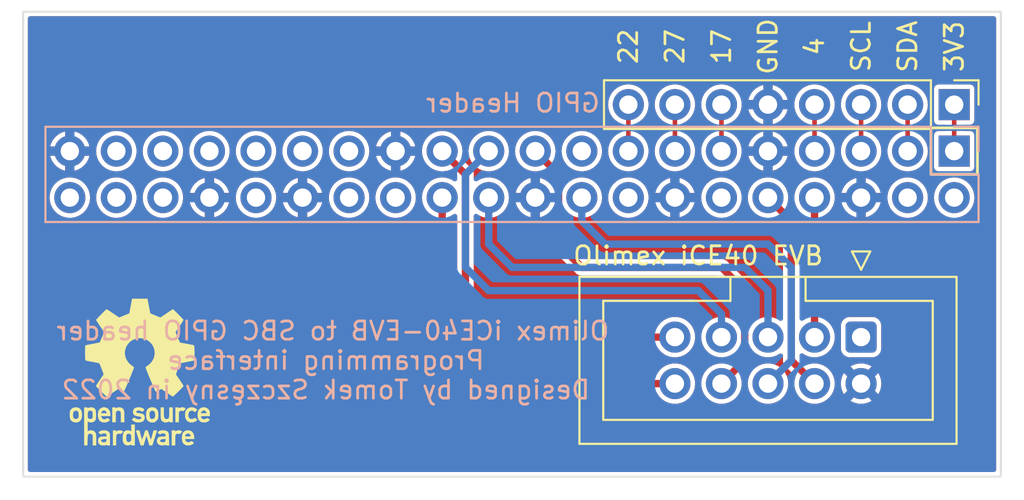
<source format=kicad_pcb>
(kicad_pcb (version 20211014) (generator pcbnew)
  (layers (0 "F.Cu" signal) (31 "B.Cu" signal) (34 "B.Paste" user) (35 "F.Paste" user) (36 "B.SilkS" user "B.Silkscreen") (37 "F.SilkS" user "F.Silkscreen") (38 "B.Mask" user) (39 "F.Mask" user) (44 "Edge.Cuts" user))
  (net 0 "")
  (net 2 "GND")
  (net 3 "/PIO2_40{slash}RxD")
  (net 4 "/PIO2_41{slash}TxD")
  (net 5 "/iCE40-CDONE")
  (net 6 "/iCE40-CRESET")
  (net 7 "/iCE40-SDI")
  (net 8 "/iCE40-SDO")
  (net 9 "/iCE40-SCK")
  (net 10 "/iCE40-SS_B")
  (net 11 "/3V3_SBC_1")
  (net 12 "/GPIO2(SDA1)")
  (net 13 "/GPIO3(SCL1)")
  (net 14 "/GPIO4(1Wire_Default)")
  (net 15 "/GPIO17(GEN0)")
  (net 16 "/GPIO18(GEN1)(PWM0)")
  (net 17 "/GPIO27(GEN2)")
  (net 18 "/GPIO22(GEN3)")
  (net 19 "/GPIO23(GEN4)")
  (net 20 "/3V3_SBC_2")
  (net 21 "/GPIO7(SPI0_CE1_N)")
  (net 22 "/ID_SD")
  (net 23 "/ID_SC")
  (net 24 "/GPIO5")
  (net 25 "/GPIO6")
  (net 26 "/GPIO12(PWM0)")
  (net 27 "/GPIO13(PWM1)")
  (net 28 "/GPIO19(SPI1_MISO)")
  (net 29 "/GPIO16")
  (net 30 "/GPIO26")
  (net 31 "/GPIO20(SPI1_MOSI)")
  (net 32 "/GPIO21(SPI1_SCK)")
  (net 33 "/5V_SBC_1")
  (net 34 "/5V_SBC_2")
  (footprint "Connector_IDC:IDC-Header_2x05_P2.54mm_Vertical" (layer "F.Cu") (at 127 66.04 -90)
    (fp_text reference "J1" hide)
    (fp_text value "Conn_02x05_Odd_Even" hide)
    (fp_line (start 4.52 -3.91) (end 4.52 14.07) (layer "F.SilkS") (width 0.12))
    (fp_line (start -1.98 14.07) (end -1.98 7.13) (layer "F.SilkS") (width 0.12))
    (fp_line (start -1.98 3.03) (end -1.98 -3.91) (layer "F.SilkS") (width 0.12))
    (fp_line (start -1.98 -3.91) (end 4.52 -3.91) (layer "F.SilkS") (width 0.12))
    (fp_line (start -4.68 -0.5) (end -4.68 0.5) (layer "F.SilkS") (width 0.12))
    (fp_line (start -1.98 7.13) (end -1.98 7.13) (layer "F.SilkS") (width 0.12))
    (fp_line (start 5.83 15.37) (end -3.29 15.37) (layer "F.SilkS") (width 0.12))
    (fp_line (start -3.68 0) (end -4.68 -0.5) (layer "F.SilkS") (width 0.12))
    (fp_line (start 5.83 -5.21) (end 5.83 15.37) (layer "F.SilkS") (width 0.12))
    (fp_line (start -3.29 15.37) (end -3.29 -5.21) (layer "F.SilkS") (width 0.12))
    (fp_line (start -3.29 3.03) (end -1.98 3.03) (layer "F.SilkS") (width 0.12))
    (fp_line (start -4.68 0.5) (end -3.68 0) (layer "F.SilkS") (width 0.12))
    (fp_line (start -1.98 7.13) (end -3.29 7.13) (layer "F.SilkS") (width 0.12))
    (fp_line (start 4.52 14.07) (end -1.98 14.07) (layer "F.SilkS") (width 0.12))
    (fp_line (start -3.29 -5.21) (end 5.83 -5.21) (layer "F.SilkS") (width 0.12))
    (pad "1" thru_hole roundrect (at 0 0 270) (size 1.7 1.7) (drill 1) (layers *.Cu *.Mask) (roundrect_rratio 0.1470588235))
    (pad "2" thru_hole circle (at 2.54 0 270) (size 1.7 1.7) (drill 1) (layers *.Cu *.Mask) (net 2 "GND"))
    (pad "3" thru_hole circle (at 0 2.54 270) (size 1.7 1.7) (drill 1) (layers *.Cu *.Mask) (net 3 "/PIO2_40{slash}RxD"))
    (pad "4" thru_hole circle (at 2.54 2.54 270) (size 1.7 1.7) (drill 1) (layers *.Cu *.Mask) (net 4 "/PIO2_41{slash}TxD"))
    (pad "5" thru_hole circle (at 0 5.08 270) (size 1.7 1.7) (drill 1) (layers *.Cu *.Mask) (net 5 "/iCE40-CDONE"))
    (pad "6" thru_hole circle (at 2.54 5.08 270) (size 1.7 1.7) (drill 1) (layers *.Cu *.Mask) (net 6 "/iCE40-CRESET"))
    (pad "7" thru_hole circle (at 0 7.62 270) (size 1.7 1.7) (drill 1) (layers *.Cu *.Mask) (net 7 "/iCE40-SDI"))
    (pad "8" thru_hole circle (at 2.54 7.62 270) (size 1.7 1.7) (drill 1) (layers *.Cu *.Mask) (net 8 "/iCE40-SDO"))
    (pad "9" thru_hole circle (at 0 10.16 270) (size 1.7 1.7) (drill 1) (layers *.Cu *.Mask) (net 9 "/iCE40-SCK"))
    (pad "10" thru_hole circle (at 2.54 10.16 270) (size 1.7 1.7) (drill 1) (layers *.Cu *.Mask) (net 10 "/iCE40-SS_B"))
  )
  (footprint "Connector_PinHeader_2.54mm:PinHeader_1x08_P2.54mm_Vertical" (layer "F.Cu") (at 132.08 53.34 -90)
    (fp_text reference "J2" hide)
    (fp_text value "Conn_01x08" hide)
    (fp_line (start -1.33 1.27) (end 1.33 1.27) (layer "F.SilkS") (width 0.12))
    (fp_line (start -1.33 -1.33) (end 0 -1.33) (layer "F.SilkS") (width 0.12))
    (fp_line (start -1.33 1.27) (end -1.33 19.11) (layer "F.SilkS") (width 0.12))
    (fp_line (start -1.33 19.11) (end 1.33 19.11) (layer "F.SilkS") (width 0.12))
    (fp_line (start -1.33 0) (end -1.33 -1.33) (layer "F.SilkS") (width 0.12))
    (fp_line (start 1.33 1.27) (end 1.33 19.11) (layer "F.SilkS") (width 0.12))
    (pad "1" thru_hole rect (at 0 0 270) (size 1.7 1.7) (drill 1) (layers *.Cu *.Mask) (net 11 "/3V3_SBC_1"))
    (pad "2" thru_hole oval (at 0 2.54 270) (size 1.7 1.7) (drill 1) (layers *.Cu *.Mask) (net 12 "/GPIO2(SDA1)"))
    (pad "3" thru_hole oval (at 0 5.08 270) (size 1.7 1.7) (drill 1) (layers *.Cu *.Mask) (net 13 "/GPIO3(SCL1)"))
    (pad "4" thru_hole oval (at 0 7.62 270) (size 1.7 1.7) (drill 1) (layers *.Cu *.Mask) (net 14 "/GPIO4(1Wire_Default)"))
    (pad "5" thru_hole oval (at 0 10.16 270) (size 1.7 1.7) (drill 1) (layers *.Cu *.Mask) (net 2 "GND"))
    (pad "6" thru_hole oval (at 0 12.7 270) (size 1.7 1.7) (drill 1) (layers *.Cu *.Mask) (net 15 "/GPIO17(GEN0)"))
    (pad "7" thru_hole oval (at 0 15.24 270) (size 1.7 1.7) (drill 1) (layers *.Cu *.Mask) (net 17 "/GPIO27(GEN2)"))
    (pad "8" thru_hole oval (at 0 17.78 270) (size 1.7 1.7) (drill 1) (layers *.Cu *.Mask) (net 18 "/GPIO22(GEN3)"))
  )
  (footprint "Symbol:OSHW-Logo_7.5x8mm_SilkScreen" (layer "F.Cu") (at 87.63 67.945)
    (fp_text reference "LOGO1" hide)
    (fp_text value "Logo_Open_Hardware_Small" hide)
    (fp_poly (pts (xy 0.811669 1.94831) (xy 0.896192 1.99434) (xy 0.962321 2.067006) (xy 0.993478 2.126106) (xy 1.006855 2.178305) (xy 1.015522 2.252719) (xy 1.019237 2.338442) (xy 1.017754 2.424569) (xy 1.010831 2.500193) (xy 1.002745 2.540584) (xy 0.975465 2.59584) (xy 0.92822 2.65453) (xy 0.871282 2.705852) (xy 0.814924 2.739005) (xy 0.81355 2.739531) (xy 0.743616 2.754018) (xy 0.660737 2.754377) (xy 0.581977 2.741188) (xy 0.551566 2.730617) (xy 0.473239 2.686201) (xy 0.417143 2.628007) (xy 0.380286 2.550965) (xy 0.35968 2.450001) (xy 0.355018 2.397116) (xy 0.355613 2.330663) (xy 0.534736 2.330663) (xy 0.54077 2.42763) (xy 0.558138 2.501523) (xy 0.58574 2.548736) (xy 0.605404 2.562237) (xy 0.655787 2.571651) (xy 0.715673 2.568864) (xy 0.767449 2.555316) (xy 0.781027 2.547862) (xy 0.816849 2.504451) (xy 0.840493 2.438014) (xy 0.850558 2.357161) (xy 0.845642 2.270502) (xy 0.834655 2.218349) (xy 0.803109 2.157951) (xy 0.753311 2.120197) (xy 0.693337 2.107143) (xy 0.631264 2.120849) (xy 0.583582 2.154372) (xy 0.558525 2.182031) (xy 0.5439 2.209294) (xy 0.536929 2.24619) (xy 0.534833 2.30275) (xy 0.534736 2.330663) (xy 0.355613 2.330663) (xy 0.356282 2.255994) (xy 0.379265 2.140271) (xy 0.423972 2.049941) (xy 0.490405 1.985) (xy 0.578565 1.945445) (xy 0.597495 1.940858) (xy 0.711266 1.93009) (xy 0.811669 1.94831)) (layer "F.SilkS") (width 0.01) (fill solid))
    (fp_poly (pts (xy 1.320131 2.198533) (xy 1.32171 2.321089) (xy 1.327481 2.414179) (xy 1.338991 2.481651) (xy 1.35779 2.527355) (xy 1.385426 2.555139) (xy 1.423448 2.568854) (xy 1.470526 2.572358) (xy 1.519832 2.568432) (xy 1.557283 2.554089) (xy 1.584428 2.525478) (xy 1.602815 2.478751) (xy 1.613993 2.410058) (xy 1.619511 2.31555) (xy 1.620921 2.198533) (xy 1.620921 1.938421) (xy 1.804736 1.938421) (xy 1.804736 2.740526) (xy 1.712828 2.740526) (xy 1.657422 2.738281) (xy 1.628891 2.730396) (xy 1.620921 2.715428) (xy 1.61612 2.702097) (xy 1.597014 2.704917) (xy 1.558504 2.723783) (xy 1.470239 2.752887) (xy 1.376623 2.750825) (xy 1.286921 2.719221) (xy 1.244204 2.694257) (xy 1.211621 2.667226) (xy 1.187817 2.633405) (xy 1.171439 2.588068) (xy 1.161131 2.526489) (xy 1.155541 2.443943) (xy 1.153312 2.335705) (xy 1.153026 2.252004) (xy 1.153026 1.938421) (xy 1.320131 1.938421) (xy 1.320131 2.198533)) (layer "F.SilkS") (width 0.01) (fill solid))
    (fp_poly (pts (xy -1.839543 3.198184) (xy -1.76093 3.21916) (xy -1.701084 3.25718) (xy -1.658853 3.306978) (xy -1.645725 3.32823) (xy -1.636032 3.350492) (xy -1.629256 3.37897) (xy -1.624877 3.418871) (xy -1.622376 3.475401) (xy -1.621232 3.553767) (xy -1.620928 3.659176) (xy -1.620922 3.687142) (xy -1.620922 4.010526) (xy -1.701132 4.010526) (xy -1.752294 4.006943) (xy -1.790123 3.997866) (xy -1.799601 3.992268) (xy -1.825512 3.982606) (xy -1.851976 3.992268) (xy -1.895548 4.00433) (xy -1.95884 4.009185) (xy -2.02899 4.007078) (xy -2.09314 3.998256) (xy -2.130593 3.986937) (xy -2.203067 3.940412) (xy -2.24836 3.875846) (xy -2.268722 3.79) (xy -2.268912 3.787796) (xy -2.267125 3.749713) (xy -2.105527 3.749713) (xy -2.091399 3.79303) (xy -2.068388 3.817408) (xy -2.022196 3.835845) (xy -1.961225 3.843205) (xy -1.899051 3.839583) (xy -1.849249 3.825074) (xy -1.835297 3.815765) (xy -1.810915 3.772753) (xy -1.804737 3.723857) (xy -1.804737 3.659605) (xy -1.897182 3.659605) (xy -1.985005 3.666366) (xy -2.051582 3.68552) (xy -2.092998 3.715376) (xy -2.105527 3.749713) (xy -2.267125 3.749713) (xy -2.26451 3.694004) (xy -2.233576 3.619847) (xy -2.175419 3.563767) (xy -2.16738 3.558665) (xy -2.132837 3.542055) (xy -2.090082 3.531996) (xy -2.030314 3.527107) (xy -1.95931 3.525983) (xy -1.804737 3.525921) (xy -1.804737 3.461125) (xy -1.811294 3.41085) (xy -1.828025 3.377169) (xy -1.829984 3.375376) (xy -1.867217 3.360642) (xy -1.92342 3.354931) (xy -1.985533 3.357737) (xy -2.04049 3.368556) (xy -2.073101 3.384782) (xy -2.090772 3.39778) (xy -2.109431 3.400262) (xy -2.135181 3.389613) (xy -2.174127 3.363218) (xy -2.23237 3.318465) (xy -2.237716 3.314273) (xy -2.234977 3.29876) (xy -2.212124 3.27296) (xy -2.177391 3.244289) (xy -2.13901 3.220166) (xy -2.126952 3.21447) (xy -2.082966 3.203103) (xy -2.018513 3.194995) (xy -1.946503 3.191743) (xy -1.943136 3.191736) (xy -1.839543 3.198184)) (layer "F.SilkS") (width 0.01) (fill solid))
    (fp_poly (pts (xy 2.946576 1.945419) (xy 3.043395 1.986549) (xy 3.07389 2.006571) (xy 3.112865 2.03734) (xy 3.137331 2.061533) (xy 3.141578 2.069413) (xy 3.129584 2.086899) (xy 3.098887 2.11657) (xy 3.074312 2.137279) (xy 3.007046 2.191336) (xy 2.95393 2.146642) (xy 2.912884 2.117789) (xy 2.872863 2.107829) (xy 2.827059 2.110261) (xy 2.754324 2.128345) (xy 2.704256 2.165881) (xy 2.673829 2.226562) (xy 2.660017 2.314081) (xy 2.660013 2.314136) (xy 2.661208 2.411958) (xy 2.679772 2.48373) (xy 2.716804 2.532595) (xy 2.74205 2.549143) (xy 2.809097 2.569749) (xy 2.880709 2.569762) (xy 2.943015 2.549768) (xy 2.957763 2.54) (xy 2.99475 2.515047) (xy 3.023668 2.510958) (xy 3.054856 2.52953) (xy 3.089336 2.562887) (xy 3.143912 2.619196) (xy 3.083318 2.669142) (xy 2.989698 2.725513) (xy 2.884125 2.753293) (xy 2.773798 2.751282) (xy 2.701343 2.732862) (xy 2.616656 2.68731) (xy 2.548927 2.61565) (xy 2.518157 2.565066) (xy 2.493236 2.492488) (xy 2.480766 2.400569) (xy 2.48067 2.300948) (xy 2.49287 2.205267) (xy 2.51729 2.125169) (xy 2.521136 2.116956) (xy 2.578093 2.036413) (xy 2.655209 1.977771) (xy 2.74639 1.942247) (xy 2.845543 1.931057) (xy 2.946576 1.945419)) (layer "F.SilkS") (width 0.01) (fill solid))
    (fp_poly (pts (xy 0.018628 1.935547) (xy 0.081908 1.947548) (xy 0.147557 1.972648) (xy 0.154572 1.975848) (xy 0.204356 2.002026) (xy 0.238834 2.026353) (xy 0.249978 2.041937) (xy 0.239366 2.067353) (xy 0.213588 2.104853) (xy 0.202146 2.118852) (xy 0.154992 2.173954) (xy 0.094201 2.138086) (xy 0.036347 2.114192) (xy -0.0305 2.10142) (xy -0.094606 2.100613) (xy -0.144236 2.112615) (xy -0.156146 2.120105) (xy -0.178828 2.15445) (xy -0.181584 2.194013) (xy -0.164612 2.22492) (xy -0.154573 2.230913) (xy -0.12449 2.238357) (xy -0.071611 2.247106) (xy -0.006425 2.255467) (xy 0.0056 2.256778) (xy 0.110297 2.274888) (xy 0.186232 2.305651) (xy 0.236592 2.351907) (xy 0.264564 2.416497) (xy 0.273278 2.495387) (xy 0.26124 2.585065) (xy 0.222151 2.655486) (xy 0.155855 2.706777) (xy 0.062194 2.739067) (xy -0.041777 2.751807) (xy -0.126562 2.751654) (xy -0.195335 2.740083) (xy -0.242303 2.724109) (xy -0.30165 2.696275) (xy -0.356494 2.663973) (xy -0.375987 2.649755) (xy -0.426119 2.608835) (xy -0.305197 2.486477) (xy -0.236457 2.531967) (xy -0.167512 2.566133) (xy -0.093889 2.584004) (xy -0.023117 2.585889) (xy 0.037274 2.572101) (xy 0.079757 2.542949) (xy 0.093474 2.518352) (xy 0.091417 2.478904) (xy 0.05733 2.448737) (xy -0.008692 2.427906) (xy -0.081026 2.418279) (xy -0.192348 2.39991) (xy -0.275048 2.365254) (xy -0.330235 2.313297) (xy -0.359012 2.243023) (xy -0.362999 2.159707) (xy -0.343307 2.072681) (xy -0.298411 2.006902) (xy -0.227909 1.962068) (xy -0.131399 1.937879) (xy -0.0599 1.933137) (xy 0.018628 1.935547)) (layer "F.SilkS") (width 0.01) (fill solid))
    (fp_poly (pts (xy 1.379992 3.196673) (xy 1.450427 3.21378) (xy 1.470787 3.222844) (xy 1.510253 3.246583) (xy 1.540541 3.273321) (xy 1.562952 3.307699) (xy 1.578786 3.35436) (xy 1.589343 3.417946) (xy 1.595924 3.503099) (xy 1.599828 3.614462) (xy 1.60131 3.688849) (xy 1.606765 4.010526) (xy 1.51358 4.010526) (xy 1.457047 4.008156) (xy 1.427922 4.000055) (xy 1.420394 3.986451) (xy 1.41642 3.971741) (xy 1.398652 3.974554) (xy 1.37444 3.986348) (xy 1.313828 4.004427) (xy 1.235929 4.009299) (xy 1.153995 4.00133) (xy 1.081281 3.980889) (xy 1.074759 3.978051) (xy 1.008302 3.931365) (xy 0.964491 3.866464) (xy 0.944332 3.7906) (xy 0.945872 3.763344) (xy 1.110345 3.763344) (xy 1.124837 3.800024) (xy 1.167805 3.826309) (xy 1.237129 3.840417) (xy 1.274177 3.84229) (xy 1.335919 3.837494) (xy 1.37696 3.818858) (xy 1.386973 3.81) (xy 1.4141 3.761806) (xy 1.420394 3.718092) (xy 1.420394 3.659605) (xy 1.33893 3.659605) (xy 1.244234 3.664432) (xy 1.177813 3.679613) (xy 1.135846 3.7062) (xy 1.126449 3.718052) (xy 1.110345 3.763344) (xy 0.945872 3.763344) (xy 0.948829 3.711026) (xy 0.978985 3.634995) (xy 1.020131 3.583612) (xy 1.045052 3.561397) (xy 1.069448 3.546798) (xy 1.101191 3.537897) (xy 1.148152 3.532775) (xy 1.218204 3.529515) (xy 1.24599 3.528577) (xy 1.420394 3.522879) (xy 1.420138 3.470091) (xy 1.413384 3.414603) (xy 1.388964 3.381052) (xy 1.33963 3.359618) (xy 1.338306 3.359236) (xy 1.26836 3.350808) (xy 1.199914 3.361816) (xy 1.149047 3.388585) (xy 1.128637 3.401803) (xy 1.106654 3.399974) (xy 1.072826 3.380824) (xy 1.052961 3.367308) (xy 1.014106 3.338432) (xy 0.990038 3.316786) (xy 0.986176 3.310589) (xy 1.002079 3.278519) (xy 1.049065 3.240219) (xy 1.069473 3.227297) (xy 1.128143 3.205041) (xy 1.207212 3.192432) (xy 1.295041 3.1896) (xy 1.379992 3.196673)) (layer "F.SilkS") (width 0.01) (fill solid))
    (fp_poly (pts (xy -1.320119 3.193486) (xy -1.295112 3.200982) (xy -1.28705 3.217451) (xy -1.286711 3.224886) (xy -1.285264 3.245594) (xy -1.275302 3.248845) (xy -1.248388 3.234648) (xy -1.232402 3.224948) (xy -1.181967 3.204175) (xy -1.121728 3.193904) (xy -1.058566 3.193114) (xy -0.999363 3.200786) (xy -0.950998 3.215898) (xy -0.920354 3.237432) (xy -0.914311 3.264366) (xy -0.917361 3.27166) (xy -0.939594 3.301937) (xy -0.97407 3.339175) (xy -0.980306 3.345195) (xy -1.013167 3.372875) (xy -1.04152 3.381818) (xy -1.081173 3.375576) (xy -1.097058 3.371429) (xy -1.146491 3.361467) (xy -1.181248 3.365947) (xy -1.2106 3.381746) (xy -1.237487 3.402949) (xy -1.25729 3.429614) (xy -1.271052 3.466827) (xy -1.279816 3.519673) (xy -1.284626 3.593237) (xy -1.286526 3.692605) (xy -1.286711 3.752601) (xy -1.286711 4.010526) (xy -1.453816 4.010526) (xy -1.453816 3.19171) (xy -1.370264 3.19171) (xy -1.320119 3.193486)) (layer "F.SilkS") (width 0.01) (fill solid))
    (fp_poly (pts (xy 0.37413 3.195104) (xy 0.44022 3.200066) (xy 0.526626 3.459079) (xy 0.613031 3.718092) (xy 0.640124 3.626184) (xy 0.656428 3.569384) (xy 0.677875 3.492625) (xy 0.701035 3.408251) (xy 0.71328 3.362993) (xy 0.759344 3.19171) (xy 0.949387 3.19171) (xy 0.892582 3.371349) (xy 0.864607 3.459704) (xy 0.830813 3.566281) (xy 0.79552 3.677454) (xy 0.764013 3.776579) (xy 0.69225 4.002171) (xy 0.537286 4.012253) (xy 0.49527 3.873528) (xy 0.469359 3.787351) (xy 0.441083 3.692347) (xy 0.416369 3.608441) (xy 0.415394 3.605102) (xy 0.396935 3.548248) (xy 0.380649 3.509456) (xy 0.369242 3.494787) (xy 0.366898 3.496483) (xy 0.358671 3.519225) (xy 0.343038 3.56794) (xy 0.321904 3.636502) (xy 0.29717 3.718785) (xy 0.283787 3.764046) (xy 0.211311 4.010526) (xy 0.057495 4.010526) (xy -0.065469 3.622006) (xy -0.100012 3.513022) (xy -0.131479 3.414048) (xy -0.158384 3.329736) (xy -0.179241 3.264734) (xy -0.192562 3.223692) (xy -0.196612 3.211701) (xy -0.193406 3.199423) (xy -0.168235 3.194046) (xy -0.115854 3.194584) (xy -0.107655 3.19499) (xy -0.010518 3.200066) (xy 0.0531 3.434013) (xy 0.076484 3.519333) (xy 0.097381 3.594335) (xy 0.113951 3.652507) (xy 0.124354 3.687337) (xy 0.126276 3.693016) (xy 0.134241 3.686486) (xy 0.150304 3.652654) (xy 0.172621 3.596127) (xy 0.199345 3.52151) (xy 0.221937 3.454107) (xy 0.308041 3.190143) (xy 0.37413 3.195104)) (layer "F.SilkS") (width 0.01) (fill solid))
    (fp_poly (pts (xy -2.53664 1.952468) (xy -2.501408 1.969874) (xy -2.45796 2.000206) (xy -2.426294 2.033283) (xy -2.404606 2.074817) (xy -2.391097 2.130522) (xy -2.383962 2.206111) (xy -2.3814 2.307296) (xy -2.38125 2.350797) (xy -2.381688 2.446135) (xy -2.383504 2.514271) (xy -2.387455 2.561418) (xy -2.394298 2.59379) (xy -2.404789 2.6176) (xy -2.415704 2.633843) (xy -2.485381 2.702952) (xy -2.567434 2.744521) (xy -2.65595 2.757023) (xy -2.745019 2.738934) (xy -2.773237 2.726142) (xy -2.84079 2.690931) (xy -2.84079 3.2427) (xy -2.791488 3.217205) (xy -2.726527 3.19748) (xy -2.64668 3.192427) (xy -2.566948 3.201756) (xy -2.506735 3.222714) (xy -2.456792 3.262627) (xy -2.414119 3.319741) (xy -2.41091 3.325605) (xy -2.397378 3.353227) (xy -2.387495 3.381068) (xy -2.380691 3.414794) (xy -2.376399 3.460071) (xy -2.374049 3.522562) (xy -2.373072 3.607935) (xy -2.372895 3.70401) (xy -2.372895 4.010526) (xy -2.556711 4.010526) (xy -2.556711 3.445339) (xy -2.608125 3.402077) (xy -2.661534 3.367472) (xy -2.712112 3.36118) (xy -2.76297 3.377372) (xy -2.790075 3.393227) (xy -2.810249 3.41581) (xy -2.824597 3.44994) (xy -2.834224 3.500434) (xy -2.840237 3.572111) (xy -2.84374 3.669788) (xy -2.844974 3.734802) (xy -2.849145 4.002171) (xy -2.936875 4.007222) (xy -3.024606 4.012273) (xy -3.024606 2.353101) (xy -2.84079 2.353101) (xy -2.836104 2.4456) (xy -2.820312 2.509809) (xy -2.790817 2.549759) (xy -2.74502 2.56948) (xy -2.69875 2.573421) (xy -2.646372 2.568892) (xy -2.61161 2.551069) (xy -2.589872 2.527519) (xy -2.57276 2.502189) (xy -2.562573 2.473969) (xy -2.55804 2.434431) (xy -2.557891 2.375142) (xy -2.559416 2.325498) (xy -2.562919 2.25071) (xy -2.568133 2.201611) (xy -2.576913 2.170467) (xy -2.591114 2.149545) (xy -2.604516 2.137452) (xy -2.660513 2.111081) (xy -2.726789 2.106822) (xy -2.764844 2.115906) (xy -2.802523 2.148196) (xy -2.827481 2.211006) (xy -2.839578 2.303894) (xy -2.84079 2.353101) (xy -3.024606 2.353101) (xy -3.024606 1.938421) (xy -2.932698 1.938421) (xy -2.877517 1.940603) (xy -2.849048 1.948351) (xy -2.840794 1.963468) (xy -2.84079 1.963916) (xy -2.83696 1.97872) (xy -2.820067 1.977039) (xy -2.786481 1.960772) (xy -2.708222 1.935887) (xy -2.620173 1.933271) (xy -2.53664 1.952468)) (layer "F.SilkS") (width 0.01) (fill solid))
    (fp_poly (pts (xy 2.173167 3.191447) (xy 2.237408 3.204112) (xy 2.27398 3.222864) (xy 2.312453 3.254017) (xy 2.257717 3.323127) (xy 2.223969 3.364979) (xy 2.201053 3.385398) (xy 2.178279 3.388517) (xy 2.144956 3.378472) (xy 2.129314 3.372789) (xy 2.065542 3.364404) (xy 2.00714 3.382378) (xy 1.964264 3.422982) (xy 1.957299 3.435929) (xy 1.949713 3.470224) (xy 1.943859 3.533427) (xy 1.940011 3.62106) (xy 1.938443 3.72864) (xy 1.938421 3.743944) (xy 1.938421 4.010526) (xy 1.754605 4.010526) (xy 1.754605 3.19171) (xy 1.846513 3.19171) (xy 1.899507 3.193094) (xy 1.927115 3.199252) (xy 1.937324 3.213194) (xy 1.938421 3.226344) (xy 1.938421 3.260978) (xy 1.98245 3.226344) (xy 2.032937 3.202716) (xy 2.10076 3.191033) (xy 2.173167 3.191447)) (layer "F.SilkS") (width 0.01) (fill solid))
    (fp_poly (pts (xy 2.391388 1.937645) (xy 2.448865 1.955206) (xy 2.485872 1.977395) (xy 2.497927 1.994942) (xy 2.494609 2.015742) (xy 2.473079 2.048419) (xy 2.454874 2.071562) (xy 2.417344 2.113402) (xy 2.389148 2.131005) (xy 2.365111 2.129856) (xy 2.293808 2.11171) (xy 2.241442 2.112534) (xy 2.198918 2.133098) (xy 2.184642 2.145134) (xy 2.138947 2.187483) (xy 2.138947 2.740526) (xy 1.955131 2.740526) (xy 1.955131 1.938421) (xy 2.047039 1.938421) (xy 2.102219 1.940603) (xy 2.130688 1.948351) (xy 2.138943 1.963468) (xy 2.138947 1.963916) (xy 2.142845 1.979749) (xy 2.160474 1.977684) (xy 2.184901 1.966261) (xy 2.23535 1.945005) (xy 2.276316 1.932216) (xy 2.329028 1.928938) (xy 2.391388 1.937645)) (layer "F.SilkS") (width 0.01) (fill solid))
    (fp_poly (pts (xy 2.701193 3.196078) (xy 2.781068 3.216845) (xy 2.847962 3.259705) (xy 2.880351 3.291723) (xy 2.933445 3.367413) (xy 2.963873 3.455216) (xy 2.974327 3.56315) (xy 2.97438 3.571875) (xy 2.974473 3.659605) (xy 2.469534 3.659605) (xy 2.480298 3.705559) (xy 2.499732 3.747178) (xy 2.533745 3.790544) (xy 2.54086 3.797467) (xy 2.602003 3.834935) (xy 2.671729 3.841289) (xy 2.751987 3.816638) (xy 2.765592 3.81) (xy 2.807319 3.789819) (xy 2.835268 3.778321) (xy 2.840145 3.777258) (xy 2.857168 3.787583) (xy 2.889633 3.812845) (xy 2.906114 3.82665) (xy 2.940264 3.858361) (xy 2.951478 3.879299) (xy 2.943695 3.89856) (xy 2.939535 3.903827) (xy 2.911357 3.926878) (xy 2.864862 3.954892) (xy 2.832434 3.971246) (xy 2.740385 4.000059) (xy 2.638476 4.009395) (xy 2.541963 3.998332) (xy 2.514934 3.990412) (xy 2.431276 3.945581) (xy 2.369266 3.876598) (xy 2.328545 3.782794) (xy 2.308755 3.663498) (xy 2.306582 3.601118) (xy 2.312926 3.510298) (xy 2.473157 3.510298) (xy 2.488655 3.517012) (xy 2.530312 3.52228) (xy 2.590876 3.525389) (xy 2.631907 3.525921) (xy 2.705711 3.525408) (xy 2.752293 3.523006) (xy 2.777848 3.517422) (xy 2.788569 3.507361) (xy 2.790657 3.492763) (xy 2.776331 3.447796) (xy 2.740262 3.403353) (xy 2.692815 3.369242) (xy 2.645349 3.355288) (xy 2.580879 3.367666) (xy 2.52507 3.403452) (xy 2.486374 3.455033) (xy 2.473157 3.510298) (xy 2.312926 3.510298) (xy 2.315821 3.468866) (xy 2.344336 3.363498) (xy 2.392729 3.284178) (xy 2.461604 3.230071) (xy 2.551565 3.200343) (xy 2.6003 3.194618) (xy 2.701193 3.196078)) (layer "F.SilkS") (width 0.01) (fill solid))
    (fp_poly (pts (xy -0.267369 4.010526) (xy -0.359277 4.010526) (xy -0.412623 4.008962) (xy -0.440407 4.002485) (xy -0.45041 3.988418) (xy -0.451185 3.978906) (xy -0.452872 3.959832) (xy -0.46351 3.956174) (xy -0.491465 3.967932) (xy -0.513205 3.978906) (xy -0.596668 4.004911) (xy -0.687396 4.006416) (xy -0.761158 3.987021) (xy -0.829846 3.940165) (xy -0.882206 3.871004) (xy -0.910878 3.789427) (xy -0.911608 3.784866) (xy -0.915868 3.735101) (xy -0.917986 3.663659) (xy -0.917816 3.609626) (xy -0.73528 3.609626) (xy -0.731051 3.681441) (xy -0.721432 3.740634) (xy -0.70841 3.77406) (xy -0.659144 3.81974) (xy -0.60065 3.836115) (xy -0.540329 3.822873) (xy -0.488783 3.783373) (xy -0.469262 3.756807) (xy -0.457848 3.725106) (xy -0.452502 3.678832) (xy -0.451185 3.609328) (xy -0.453542 3.540499) (xy -0.459767 3.480026) (xy -0.468592 3.439556) (xy -0.470063 3.435929) (xy -0.505653 3.392802) (xy -0.5576 3.369124) (xy -0.615722 3.365301) (xy -0.66984 3.381738) (xy -0.709774 3.41884) (xy -0.713917 3.426222) (xy -0.726884 3.471239) (xy -0.733948 3.535967) (xy -0.73528 3.609626) (xy -0.917816 3.609626) (xy -0.917729 3.58223) (xy -0.916528 3.538405) (xy -0.908355 3.429988) (xy -0.89137 3.348588) (xy -0.863113 3.288412) (xy -0.821128 3.243666) (xy -0.780368 3.2174) (xy -0.723419 3.198935) (xy -0.652589 3.192602) (xy -0.580059 3.19776) (xy -0.518014 3.213769) (xy -0.485232 3.23292) (xy -0.451185 3.263732) (xy -0.451185 2.87421) (xy -0.267369 2.87421) (xy -0.267369 4.010526)) (layer "F.SilkS") (width 0.01) (fill solid))
    (fp_poly (pts (xy -1.002043 1.952226) (xy -0.960454 1.97209) (xy -0.920175 2.000784) (xy -0.88949 2.033809) (xy -0.867139 2.075931) (xy -0.851864 2.131915) (xy -0.842408 2.206528) (xy -0.837513 2.304535) (xy -0.835919 2.430702) (xy -0.835894 2.443914) (xy -0.835527 2.740526) (xy -1.019343 2.740526) (xy -1.019343 2.467081) (xy -1.019473 2.365777) (xy -1.020379 2.292353) (xy -1.022827 2.241271) (xy -1.027586 2.20699) (xy -1.035426 2.183971) (xy -1.047115 2.166673) (xy -1.063398 2.149581) (xy -1.120366 2.112857) (xy -1.182555 2.106042) (xy -1.241801 2.129261) (xy -1.262405 2.146543) (xy -1.27753 2.162791) (xy -1.28839 2.180191) (xy -1.29569 2.204212) (xy -1.300137 2.240322) (xy -1.302436 2.293988) (xy -1.303296 2.37068) (xy -1.303422 2.464043) (xy -1.303422 2.740526) (xy -1.487237 2.740526) (xy -1.487237 1.938421) (xy -1.395329 1.938421) (xy -1.340149 1.940603) (xy -1.31168 1.948351) (xy -1.303425 1.963468) (xy -1.303422 1.963916) (xy -1.299592 1.97872) (xy -1.282699 1.97704) (xy -1.249112 1.960773) (xy -1.172937 1.93684) (xy -1.0858 1.934178) (xy -1.002043 1.952226)) (layer "F.SilkS") (width 0.01) (fill solid))
    (fp_poly (pts (xy 0.500964 -3.601424) (xy 0.576513 -3.200678) (xy 1.134041 -2.970846) (xy 1.468465 -3.198252) (xy 1.562122 -3.261569) (xy 1.646782 -3.318104) (xy 1.718495 -3.365273) (xy 1.773311 -3.400498) (xy 1.80728 -3.421195) (xy 1.81653 -3.425658) (xy 1.833195 -3.41418) (xy 1.868806 -3.382449) (xy 1.919371 -3.334517) (xy 1.9809 -3.274438) (xy 2.049399 -3.206267) (xy 2.120879 -3.134055) (xy 2.191347 -3.061858) (xy 2.256811 -2.993727) (xy 2.31328 -2.933717) (xy 2.356763 -2.885881) (xy 2.383268 -2.854273) (xy 2.389605 -2.843695) (xy 2.380486 -2.824194) (xy 2.35492 -2.781469) (xy 2.315597 -2.719702) (xy 2.265203 -2.643069) (xy 2.206427 -2.555752) (xy 2.172368 -2.505948) (xy 2.110289 -2.415007) (xy 2.055126 -2.332941) (xy 2.009554 -2.263837) (xy 1.97625 -2.211778) (xy 1.95789 -2.18085) (xy 1.955131 -2.17435) (xy 1.961385 -2.155879) (xy 1.978434 -2.112828) (xy 2.003703 -2.051251) (xy 2.034622 -1.977201) (xy 2.068618 -1.89673) (xy 2.103118 -1.815893) (xy 2.135551 -1.740742) (xy 2.163343 -1.677329) (xy 2.183923 -1.631707) (xy 2.194719 -1.609931) (xy 2.195356 -1.609074) (xy 2.212307 -1.604916) (xy 2.257451 -1.595639) (xy 2.32611 -1.582156) (xy 2.413602 -1.565379) (xy 2.51525 -1.546219) (xy 2.574556 -1.53517) (xy 2.683172 -1.51449) (xy 2.781277 -1.494811) (xy 2.863909 -1.477211) (xy 2.926104 -1.462767) (xy 2.962899 -1.452554) (xy 2.970296 -1.449314) (xy 2.97754 -1.427383) (xy 2.983385 -1.377853) (xy 2.987835 -1.306515) (xy 2.990893 -1.219161) (xy 2.992565 -1.121583) (xy 2.992853 -1.019574) (xy 2.991761 -0.918925) (xy 2.989294 -0.825428) (xy 2.985456 -0.744875) (xy 2.98025 -0.683058) (xy 2.973681 -0.64577) (xy 2.969741 -0.638007) (xy 2.946188 -0.628702) (xy 2.896282 -0.6154) (xy 2.826623 -0.599663) (xy 2.743813 -0.583054) (xy 2.714905 -0.577681) (xy 2.575531 -0.552152) (xy 2.465436 -0.531592) (xy 2.380982 -0.515185) (xy 2.31853 -0.502113) (xy 2.274444 -0.491559) (xy 2.245085 -0.482706) (xy 2.226815 -0.474737) (xy 2.215998 -0.466835) (xy 2.214485 -0.465273) (xy 2.199377 -0.440114) (xy 2.176329 -0.39115) (xy 2.147644 -0.324379) (xy 2.115622 -0.245795) (xy 2.082565 -0.161393) (xy 2.050773 -0.07717) (xy 2.022549 0.000879) (xy 2.000193 0.066759) (xy 1.986007 0.114473) (xy 1.982293 0.138027) (xy 1.982602 0.138852) (xy 1.995189 0.158104) (xy 2.023744 0.200463) (xy 2.065267 0.261521) (xy 2.116756 0.336868) (xy 2.175211 0.422096) (xy 2.191858 0.446315) (xy 2.251215 0.534123) (xy 2.303447 0.614238) (xy 2.345708 0.682062) (xy 2.375153 0.732993) (xy 2.388937 0.762431) (xy 2.389605 0.766048) (xy 2.378024 0.785057) (xy 2.346024 0.822714) (xy 2.297718 0.874973) (xy 2.23722 0.937786) (xy 2.168644 1.007106) (xy 2.096104 1.078885) (xy 2.023712 1.149077) (xy 1.955584 1.213635) (xy 1.895832 1.26851) (xy 1.848571 1.309656) (xy 1.817913 1.333026) (xy 1.809432 1.336842) (xy 1.789691 1.327855) (xy 1.749274 1.303616) (xy 1.694763 1.268209) (xy 1.652823 1.239711) (xy 1.576829 1.187418) (xy 1.486834 1.125845) (xy 1.396564 1.06437) (xy 1.348032 1.031469) (xy 1.183762 0.920359) (xy 1.045869 0.994916) (xy 0.983049 1.027578) (xy 0.929629 1.052966) (xy 0.893484 1.067446) (xy 0.884284 1.06946) (xy 0.873221 1.054584) (xy 0.851394 1.012547) (xy 0.820434 0.947227) (xy 0.78197 0.8625) (xy 0.737632 0.762245) (xy 0.689047 0.650339) (xy 0.637846 0.530659) (xy 0.585659 0.407084) (xy 0.534113 0.283491) (xy 0.48484 0.163757) (xy 0.439467 0.051759) (xy 0.399625 -0.048623) (xy 0.366942 -0.133514) (xy 0.343049 -0.199035) (xy 0.329574 -0.24131) (xy 0.327406 -0.255828) (xy 0.344583 -0.274347) (xy 0.38219 -0.30441) (xy 0.432366 -0.339768) (xy 0.436578 -0.342566) (xy 0.566264 -0.446375) (xy 0.670834 -0.567485) (xy 0.749381 -0.702024) (xy 0.800999 -0.846118) (xy 0.824782 -0.995895) (xy 0.819823 -1.147483) (xy 0.785217 -1.297008) (xy 0.720057 -1.4406) (xy 0.700886 -1.472016) (xy 0.601174 -1.598875) (xy 0.483377 -1.700745) (xy 0.351571 -1.777096) (xy 0.209833 -1.827398) (xy 0.062242 -1.851121) (xy -0.087127 -1.847735) (xy -0.234197 -1.816712) (xy -0.374889 -1.75752) (xy -0.505127 -1.669631) (xy -0.545414 -1.633958) (xy -0.647945 -1.522294) (xy -0.722659 -1.404743) (xy -0.77391 -1.27298) (xy -0.802454 -1.142493) (xy -0.8095 -0.995784) (xy -0.786004 -0.848347) (xy -0.734351 -0.705166) (xy -0.656929 -0.571223) (xy -0.556125 -0.451502) (xy -0.434324 -0.350986) (xy -0.418316 -0.340391) (xy -0.367602 -0.305694) (xy -0.32905 -0.27563) (xy -0.310619 -0.256435) (xy -0.310351 -0.255828) (xy -0.314308 -0.235064) (xy -0.329993 -0.187938) (xy -0.355778 -0.118327) (xy -0.390031 -0.030107) (xy -0.431123 0.072844) (xy -0.477424 0.18665) (xy -0.527304 0.307435) (xy -0.579133 0.431321) (xy -0.631281 0.554432) (xy -0.682118 0.672891) (xy -0.730013 0.782823) (xy -0.773338 0.880349) (xy -0.810462 0.961593) (xy -0.839756 1.022679) (xy -0.859588 1.05973) (xy -0.867574 1.06946) (xy -0.891979 1.061883) (xy -0.937642 1.04156) (xy -0.99669 1.012125) (xy -1.02916 0.994916) (xy -1.167053 0.920359) (xy -1.331323 1.031469) (xy -1.415179 1.08839) (xy -1.506987 1.15103) (xy -1.59302 1.210011) (xy -1.636113 1.239711) (xy -1.696723 1.28041) (xy -1.748045 1.312663) (xy -1.783385 1.332384) (xy -1.794863 1.336554) (xy -1.81157 1.325307) (xy -1.848546 1.293911) (xy -1.902205 1.245624) (xy -1.968962 1.183708) (xy -2.045234 1.111421) (xy -2.093473 1.065008) (xy -2.177867 0.982087) (xy -2.250803 0.90792) (xy -2.309331 0.84568) (xy -2.350503 0.798541) (xy -2.371372 0.769673) (xy -2.373374 0.763815) (xy -2.364083 0.741532) (xy -2.338409 0.696477) (xy -2.2992 0.633211) (xy -2.249303 0.556295) (xy -2.191567 0.470292) (xy -2.175149 0.446315) (xy -2.115323 0.35917) (xy -2.06165 0.28071) (xy -2.01713 0.215345) (xy -1.984765 0.167484) (xy -1.967555 0.141535) (xy -1.965893 0.138852) (xy -1.968379 0.118172) (xy -1.981577 0.072704) (xy -2.003186 0.008444) (xy -2.030904 -0.068613) (xy -2.06243 -0.152471) (xy -2.095463 -0.237134) (xy -2.127701 -0.316608) (xy -2.156843 -0.384896) (xy -2.180588 -0.436003) (xy -2.196635 -0.463933) (xy -2.197775 -0.465273) (xy -2.207588 -0.473255) (xy -2.224161 -0.481149) (xy -2.251132 -0.489771) (xy -2.292139 -0.499938) (xy -2.35082 -0.512469) (xy -2.430813 -0.528179) (xy -2.535755 -0.547887) (xy -2.669285 -0.572408) (xy -2.698196 -0.577681) (xy -2.783882 -0.594236) (xy -2.858582 -0.610431) (xy -2.915694 -0.624704) (xy -2.948617 -0.635492) (xy -2.953031 -0.638007) (xy -2.960306 -0.660304) (xy -2.966219 -0.710131) (xy -2.970766 -0.781696) (xy -2.973945 -0.869207) (xy -2.975749 -0.966872) (xy -2.976177 -1.068899) (xy -2.975223 -1.169497) (xy -2.972884 -1.262873) (xy -2.969156 -1.343235) (xy -2.964034 -1.404791) (xy -2.957516 -1.44175) (xy -2.953586 -1.449314) (xy -2.931708 -1.456944) (xy -2.881891 -1.469358) (xy -2.809097 -1.485478) (xy -2.718289 -1.504227) (xy -2.614431 -1.524529) (xy -2.557846 -1.53517) (xy -2.450486 -1.55524) (xy -2.354746 -1.57342) (xy -2.275306 -1.588801) (xy -2.216846 -1.600469) (xy -2.184045 -1.607512) (xy -2.178646 -1.609074) (xy -2.169522 -1.626678) (xy -2.150235 -1.669082) (xy -2.123355 -1.730228) (xy -2.091454 -1.804057) (xy -2.057102 -1.884511) (xy -2.022871 -1.965532) (xy -1.991331 -2.041063) (xy -1.965054 -2.105045) (xy -1.946611 -2.15142) (xy -1.938571 -2.174131) (xy -1.938422 -2.175124) (xy -1.947535 -2.193039) (xy -1.973086 -2.234267) (xy -2.012388 -2.294709) (xy -2.062757 -2.370269) (xy -2.121506 -2.456848) (xy -2.155658 -2.506579) (xy -2.21789 -2.597764) (xy -2.273164 -2.680551) (xy -2.318782 -2.750751) (xy -2.352048 -2.804176) (xy -2.370264 -2.836639) (xy -2.372895 -2.843917) (xy -2.361586 -2.860855) (xy -2.330319 -2.897022) (xy -2.28309 -2.948365) (xy -2.223892 -3.010833) (xy -2.156719 -3.080374) (xy -2.085566 -3.152935) (xy -2.014426 -3.224465) (xy -1.947293 -3.290913) (xy -1.888161 -3.348226) (xy -1.841025 -3.392353) (xy -1.809877 -3.419241) (xy -1.799457 -3.425658) (xy -1.782491 -3.416635) (xy -1.741911 -3.391285) (xy -1.681663 -3.35219) (xy -1.605693 -3.301929) (xy -1.517946 -3.243083) (xy -1.451756 -3.198252) (xy -1.117332 -2.970846) (xy -0.838567 -3.085762) (xy -0.559803 -3.200678) (xy -0.484254 -3.601424) (xy -0.408706 -4.002171) (xy 0.425415 -4.002171) (xy 0.500964 -3.601424)) (layer "F.SilkS") (width 0.01) (fill solid))
    (fp_poly (pts (xy -3.373216 1.947104) (xy -3.285795 1.985754) (xy -3.21943 2.05029) (xy -3.174024 2.140812) (xy -3.149482 2.257418) (xy -3.147723 2.275624) (xy -3.146344 2.403984) (xy -3.164216 2.516496) (xy -3.20025 2.607688) (xy -3.219545 2.637022) (xy -3.286755 2.699106) (xy -3.37235 2.739316) (xy -3.46811 2.756003) (xy -3.565813 2.747517) (xy -3.640083 2.72138) (xy -3.703953 2.677335) (xy -3.756154 2.619587) (xy -3.757057 2.618236) (xy -3.778256 2.582593) (xy -3.792033 2.546752) (xy -3.800376 2.501519) (xy -3.805273 2.437701) (xy -3.807431 2.385368) (xy -3.808329 2.33791) (xy -3.641257 2.33791) (xy -3.639624 2.385154) (xy -3.633696 2.448046) (xy -3.623239 2.488407) (xy -3.604381 2.517122) (xy -3.586719 2.533896) (xy -3.524106 2.569016) (xy -3.458592 2.57371) (xy -3.397579 2.54844) (xy -3.367072 2.520124) (xy -3.345089 2.491589) (xy -3.332231 2.464284) (xy -3.326588 2.42875) (xy -3.326249 2.375524) (xy -3.327988 2.326506) (xy -3.331729 2.256482) (xy -3.337659 2.211064) (xy -3.348347 2.18144) (xy -3.366361 2.158797) (xy -3.380637 2.145855) (xy -3.440349 2.11186) (xy -3.504766 2.110165) (xy -3.558781 2.130301) (xy -3.60486 2.172352) (xy -3.632311 2.241428) (xy -3.641257 2.33791) (xy -3.808329 2.33791) (xy -3.809401 2.281299) (xy -3.806036 2.203468) (xy -3.795955 2.14493) (xy -3.777774 2.098737) (xy -3.75011 2.057942) (xy -3.739854 2.045828) (xy -3.675722 1.985474) (xy -3.606934 1.95022) (xy -3.522811 1.93545) (xy -3.481791 1.934243) (xy -3.373216 1.947104)) (layer "F.SilkS") (width 0.01) (fill solid))
    (fp_poly (pts (xy 3.558784 1.935554) (xy 3.601574 1.945949) (xy 3.683609 1.984013) (xy 3.753757 2.042149) (xy 3.802305 2.111852) (xy 3.808975 2.127502) (xy 3.818124 2.168496) (xy 3.824529 2.229138) (xy 3.82671 2.29043) (xy 3.82671 2.406316) (xy 3.584407 2.406316) (xy 3.484471 2.406693) (xy 3.414069 2.408987) (xy 3.369313 2.414938) (xy 3.346315 2.426285) (xy 3.341189 2.444771) (xy 3.350048 2.472136) (xy 3.365917 2.504155) (xy 3.410184 2.557592) (xy 3.471699 2.584215) (xy 3.546885 2.583347) (xy 3.632053 2.554371) (xy 3.705659 2.518611) (xy 3.766734 2.566904) (xy 3.82781 2.615197) (xy 3.770351 2.668285) (xy 3.693641 2.718445) (xy 3.599302 2.748688) (xy 3.497827 2.757151) (xy 3.399711 2.741974) (xy 3.383881 2.736824) (xy 3.297647 2.691791) (xy 3.233501 2.624652) (xy 3.190091 2.533405) (xy 3.166064 2.416044) (xy 3.165784 2.413529) (xy 3.163633 2.285627) (xy 3.172329 2.239997) (xy 3.342105 2.239997) (xy 3.357697 2.247013) (xy 3.400029 2.252388) (xy 3.462434 2.255457) (xy 3.501981 2.255921) (xy 3.575728 2.25563) (xy 3.62184 2.253783) (xy 3.6461 2.248912) (xy 3.654294 2.239555) (xy 3.652206 2.224245) (xy 3.650455 2.218322) (xy 3.62056 2.162668) (xy 3.573542 2.117815) (xy 3.532049 2.098105) (xy 3.476926 2.099295) (xy 3.421068 2.123875) (xy 3.374212 2.16457) (xy 3.346094 2.214108) (xy 3.342105 2.239997) (xy 3.172329 2.239997) (xy 3.185074 2.173133) (xy 3.227611 2.078727) (xy 3.288747 2.005088) (xy 3.365985 1.954893) (xy 3.45683 1.930822) (xy 3.558784 1.935554)) (layer "F.SilkS") (width 0.01) (fill solid))
    (fp_poly (pts (xy -1.802982 1.957027) (xy -1.78633 1.964866) (xy -1.728695 2.007086) (xy -1.674195 2.0687) (xy -1.633501 2.136543) (xy -1.621926 2.167734) (xy -1.611366 2.223449) (xy -1.605069 2.290781) (xy -1.604304 2.318585) (xy -1.604211 2.406316) (xy -2.10915 2.406316) (xy -2.098387 2.45227) (xy -2.071967 2.50662) (xy -2.025778 2.553591) (xy -1.970828 2.583848) (xy -1.935811 2.590131) (xy -1.888323 2.582506) (xy -1.831665 2.563383) (xy -1.812418 2.554584) (xy -1.741241 2.519036) (xy -1.680498 2.565367) (xy -1.645448 2.596703) (xy -1.626798 2.622567) (xy -1.625853 2.630158) (xy -1.642515 2.648556) (xy -1.67903 2.676515) (xy -1.712172 2.698327) (xy -1.801607 2.737537) (xy -1.901871 2.755285) (xy -2.001246 2.75067) (xy -2.080461 2.726551) (xy -2.16212 2.674884) (xy -2.220151 2.606856) (xy -2.256454 2.518843) (xy -2.272928 2.407216) (xy -2.274389 2.356138) (xy -2.268543 2.239091) (xy -2.267825 2.235686) (xy -2.100511 2.235686) (xy -2.095903 2.246662) (xy -2.076964 2.252715) (xy -2.037902 2.25531) (xy -1.972923 2.25591) (xy -1.947903 2.255921) (xy -1.871779 2.255014) (xy -1.823504 2.25172) (xy -1.79754 2.245181) (xy -1.788352 2.234537) (xy -1.788027 2.231119) (xy -1.798513 2.203956) (xy -1.824758 2.165903) (xy -1.836041 2.152579) (xy -1.877928 2.114896) (xy -1.921591 2.10008) (xy -1.945115 2.098842) (xy -2.008757 2.114329) (xy -2.062127 2.15593) (xy -2.095981 2.216353) (xy -2.096581 2.218322) (xy -2.100511 2.235686) (xy -2.267825 2.235686) (xy -2.249101 2.146928) (xy -2.214078 2.07319) (xy -2.171244 2.020848) (xy -2.092052 1.964092) (xy -1.99896 1.933762) (xy -1.899945 1.931021) (xy -1.802982 1.957027)) (layer "F.SilkS") (width 0.01) (fill solid))
  )
  (footprint "Connector_PinSocket_2.54mm:PinSocket_2x20_P2.54mm_Vertical" (layer "B.Cu") (at 132.08 55.88 90)
    (fp_text reference "P1" hide)
    (fp_text value "Conn_02x20_Odd_Even" hide)
    (fp_line (start 1.33 -1.27) (end 1.33 -49.59) (layer "B.SilkS") (width 0.12))
    (fp_line (start -1.27 1.33) (end -1.27 -1.27) (layer "B.SilkS") (width 0.12))
    (fp_line (start -3.87 1.33) (end -3.87 -49.59) (layer "B.SilkS") (width 0.12))
    (fp_line (start 1.33 1.33) (end 1.33 0) (layer "B.SilkS") (width 0.12))
    (fp_line (start -3.87 1.33) (end -1.27 1.33) (layer "B.SilkS") (width 0.12))
    (fp_line (start -3.87 -49.59) (end 1.33 -49.59) (layer "B.SilkS") (width 0.12))
    (fp_line (start -1.27 -1.27) (end 1.33 -1.27) (layer "B.SilkS") (width 0.12))
    (fp_line (start 0 1.33) (end 1.33 1.33) (layer "B.SilkS") (width 0.12))
    (pad "1" thru_hole rect (at 0 0 90) (size 1.7 1.7) (drill 1) (layers *.Cu *.Mask) (net 11 "/3V3_SBC_1"))
    (pad "2" thru_hole oval (at -2.54 0 90) (size 1.7 1.7) (drill 1) (layers *.Cu *.Mask) (net 33 "/5V_SBC_1"))
    (pad "3" thru_hole oval (at 0 -2.54 90) (size 1.7 1.7) (drill 1) (layers *.Cu *.Mask) (net 12 "/GPIO2(SDA1)"))
    (pad "4" thru_hole oval (at -2.54 -2.54 90) (size 1.7 1.7) (drill 1) (layers *.Cu *.Mask) (net 34 "/5V_SBC_2"))
    (pad "5" thru_hole oval (at 0 -5.08 90) (size 1.7 1.7) (drill 1) (layers *.Cu *.Mask) (net 13 "/GPIO3(SCL1)"))
    (pad "6" thru_hole oval (at -2.54 -5.08 90) (size 1.7 1.7) (drill 1) (layers *.Cu *.Mask) (net 2 "GND"))
    (pad "7" thru_hole oval (at 0 -7.62 90) (size 1.7 1.7) (drill 1) (layers *.Cu *.Mask) (net 14 "/GPIO4(1Wire_Default)"))
    (pad "8" thru_hole oval (at -2.54 -7.62 90) (size 1.7 1.7) (drill 1) (layers *.Cu *.Mask) (net 3 "/PIO2_40{slash}RxD"))
    (pad "9" thru_hole oval (at 0 -10.16 90) (size 1.7 1.7) (drill 1) (layers *.Cu *.Mask) (net 2 "GND"))
    (pad "10" thru_hole oval (at -2.54 -10.16 90) (size 1.7 1.7) (drill 1) (layers *.Cu *.Mask) (net 4 "/PIO2_41{slash}TxD"))
    (pad "11" thru_hole oval (at 0 -12.7 90) (size 1.7 1.7) (drill 1) (layers *.Cu *.Mask) (net 15 "/GPIO17(GEN0)"))
    (pad "12" thru_hole oval (at -2.54 -12.7 90) (size 1.7 1.7) (drill 1) (layers *.Cu *.Mask) (net 16 "/GPIO18(GEN1)(PWM0)"))
    (pad "13" thru_hole oval (at 0 -15.24 90) (size 1.7 1.7) (drill 1) (layers *.Cu *.Mask) (net 17 "/GPIO27(GEN2)"))
    (pad "14" thru_hole oval (at -2.54 -15.24 90) (size 1.7 1.7) (drill 1) (layers *.Cu *.Mask) (net 2 "GND"))
    (pad "15" thru_hole oval (at 0 -17.78 90) (size 1.7 1.7) (drill 1) (layers *.Cu *.Mask) (net 18 "/GPIO22(GEN3)"))
    (pad "16" thru_hole oval (at -2.54 -17.78 90) (size 1.7 1.7) (drill 1) (layers *.Cu *.Mask) (net 19 "/GPIO23(GEN4)"))
    (pad "17" thru_hole oval (at 0 -20.32 90) (size 1.7 1.7) (drill 1) (layers *.Cu *.Mask) (net 20 "/3V3_SBC_2"))
    (pad "18" thru_hole oval (at -2.54 -20.32 90) (size 1.7 1.7) (drill 1) (layers *.Cu *.Mask) (net 6 "/iCE40-CRESET"))
    (pad "19" thru_hole oval (at 0 -22.86 90) (size 1.7 1.7) (drill 1) (layers *.Cu *.Mask) (net 8 "/iCE40-SDO"))
    (pad "20" thru_hole oval (at -2.54 -22.86 90) (size 1.7 1.7) (drill 1) (layers *.Cu *.Mask) (net 2 "GND"))
    (pad "21" thru_hole oval (at 0 -25.4 90) (size 1.7 1.7) (drill 1) (layers *.Cu *.Mask) (net 7 "/iCE40-SDI"))
    (pad "22" thru_hole oval (at -2.54 -25.4 90) (size 1.7 1.7) (drill 1) (layers *.Cu *.Mask) (net 5 "/iCE40-CDONE"))
    (pad "23" thru_hole oval (at 0 -27.94 90) (size 1.7 1.7) (drill 1) (layers *.Cu *.Mask) (net 9 "/iCE40-SCK"))
    (pad "24" thru_hole oval (at -2.54 -27.94 90) (size 1.7 1.7) (drill 1) (layers *.Cu *.Mask) (net 10 "/iCE40-SS_B"))
    (pad "25" thru_hole oval (at 0 -30.48 90) (size 1.7 1.7) (drill 1) (layers *.Cu *.Mask) (net 2 "GND"))
    (pad "26" thru_hole oval (at -2.54 -30.48 90) (size 1.7 1.7) (drill 1) (layers *.Cu *.Mask) (net 21 "/GPIO7(SPI0_CE1_N)"))
    (pad "27" thru_hole oval (at 0 -33.02 90) (size 1.7 1.7) (drill 1) (layers *.Cu *.Mask) (net 22 "/ID_SD"))
    (pad "28" thru_hole oval (at -2.54 -33.02 90) (size 1.7 1.7) (drill 1) (layers *.Cu *.Mask) (net 23 "/ID_SC"))
    (pad "29" thru_hole oval (at 0 -35.56 90) (size 1.7 1.7) (drill 1) (layers *.Cu *.Mask) (net 24 "/GPIO5"))
    (pad "30" thru_hole oval (at -2.54 -35.56 90) (size 1.7 1.7) (drill 1) (layers *.Cu *.Mask) (net 2 "GND"))
    (pad "31" thru_hole oval (at 0 -38.1 90) (size 1.7 1.7) (drill 1) (layers *.Cu *.Mask) (net 25 "/GPIO6"))
    (pad "32" thru_hole oval (at -2.54 -38.1 90) (size 1.7 1.7) (drill 1) (layers *.Cu *.Mask) (net 26 "/GPIO12(PWM0)"))
    (pad "33" thru_hole oval (at 0 -40.64 90) (size 1.7 1.7) (drill 1) (layers *.Cu *.Mask) (net 27 "/GPIO13(PWM1)"))
    (pad "34" thru_hole oval (at -2.54 -40.64 90) (size 1.7 1.7) (drill 1) (layers *.Cu *.Mask) (net 2 "GND"))
    (pad "35" thru_hole oval (at 0 -43.18 90) (size 1.7 1.7) (drill 1) (layers *.Cu *.Mask) (net 28 "/GPIO19(SPI1_MISO)"))
    (pad "36" thru_hole oval (at -2.54 -43.18 90) (size 1.7 1.7) (drill 1) (layers *.Cu *.Mask) (net 29 "/GPIO16"))
    (pad "37" thru_hole oval (at 0 -45.72 90) (size 1.7 1.7) (drill 1) (layers *.Cu *.Mask) (net 30 "/GPIO26"))
    (pad "38" thru_hole oval (at -2.54 -45.72 90) (size 1.7 1.7) (drill 1) (layers *.Cu *.Mask) (net 31 "/GPIO20(SPI1_MOSI)"))
    (pad "39" thru_hole oval (at 0 -48.26 90) (size 1.7 1.7) (drill 1) (layers *.Cu *.Mask) (net 2 "GND"))
    (pad "40" thru_hole oval (at -2.54 -48.26 90) (size 1.7 1.7) (drill 1) (layers *.Cu *.Mask) (net 32 "/GPIO21(SPI1_SCK)"))
  )
  (gr_rect (start 130.81 54.61) (end 133.35 57.15) (layer "F.SilkS") (width 0.15) (fill none))
  (gr_rect (start 81.28 48.26) (end 134.62 73.66) (layer "Edge.Cuts") (width 0.1) (fill none))
  (gr_text "GPIO Header" (at 108 53.25) (layer "B.SilkS") (effects (font (size 1 1)) (justify mirror)))
  (gr_text "Olimex iCE40-EVB to SBC GPIO header \nProgramming interface\nDesigned by Tomek Szczęsny in 2022" (at 97.79 67.31) (layer "B.SilkS") (effects (font (size 1 1)) (justify mirror)))
  (gr_text "SCL" (at 127 50.165 90) (layer "F.SilkS") (effects (font (size 1 1))))
  (gr_text "22" (at 114.3 50.165 90) (layer "F.SilkS") (effects (font (size 1 1))))
  (gr_text "27" (at 116.84 50.165 90) (layer "F.SilkS") (effects (font (size 1 1))))
  (gr_text "17" (at 119.38 50.165 90) (layer "F.SilkS") (effects (font (size 1 1))))
  (gr_text "SDA" (at 129.54 50.165 90) (layer "F.SilkS") (effects (font (size 1 1))))
  (gr_text "GND" (at 121.92 50.165 90) (layer "F.SilkS") (effects (font (size 1 1))))
  (gr_text "3V3" (at 132.08 50.165 90) (layer "F.SilkS") (effects (font (size 1 1))))
  (gr_text "Olimex iCE40 EVB" (at 118.11 61.595) (layer "F.SilkS") (effects (font (size 1 1))))
  (gr_text "4" (at 124.46 50.165 90) (layer "F.SilkS") (effects (font (size 1 1))))
  (segment (start 124.46 58.42) (end 124.46 66.04) (width 0.4) (layer "F.Cu") (net 3))
  (segment (start 121.92 58.42) (end 123.19 59.69) (width 0.4) (layer "F.Cu") (net 4))
  (segment (start 124.46 68.58) (end 123.19 67.31) (width 0.4) (layer "F.Cu") (net 4))
  (segment (start 123.19 67.31) (end 123.19 59.69) (width 0.4) (layer "F.Cu") (net 4))
  (segment (start 106.68 58.42) (end 106.68 60.96) (width 0.4) (layer "B.Cu") (net 5))
  (segment (start 121.92 66.04) (end 121.92 63.5) (width 0.4) (layer "B.Cu") (net 5))
  (segment (start 121.92 63.5) (end 120.65 62.23) (width 0.4) (layer "B.Cu") (net 5))
  (segment (start 106.68 60.96) (end 107.95 62.23) (width 0.4) (layer "B.Cu") (net 5))
  (segment (start 120.65 62.23) (end 107.95 62.23) (width 0.4) (layer "B.Cu") (net 5))
  (segment (start 113.03 60.96) (end 111.76 59.69) (width 0.4) (layer "B.Cu") (net 6))
  (segment (start 111.76 59.69) (end 111.76 58.42) (width 0.4) (layer "B.Cu") (net 6))
  (segment (start 123.19 67.31) (end 123.19 62.23) (width 0.4) (layer "B.Cu") (net 6))
  (segment (start 123.19 62.23) (end 121.92 60.96) (width 0.4) (layer "B.Cu") (net 6))
  (segment (start 121.92 68.58) (end 123.19 67.31) (width 0.4) (layer "B.Cu") (net 6))
  (segment (start 121.92 60.96) (end 113.03 60.96) (width 0.4) (layer "B.Cu") (net 6))
  (segment (start 106.68 63.5) (end 105.41 62.23) (width 0.4) (layer "B.Cu") (net 7))
  (segment (start 105.41 57.15) (end 106.68 55.88) (width 0.4) (layer "B.Cu") (net 7))
  (segment (start 105.41 62.23) (end 105.41 57.15) (width 0.4) (layer "B.Cu") (net 7))
  (segment (start 118.11 63.5) (end 106.68 63.5) (width 0.4) (layer "B.Cu") (net 7))
  (segment (start 119.38 66.04) (end 119.38 64.77) (width 0.4) (layer "B.Cu") (net 7))
  (segment (start 119.38 64.77) (end 118.11 63.5) (width 0.4) (layer "B.Cu") (net 7))
  (segment (start 120.65 67.31) (end 120.65 63.5) (width 0.4) (layer "F.Cu") (net 8))
  (segment (start 119.38 68.58) (end 120.65 67.31) (width 0.4) (layer "F.Cu") (net 8))
  (segment (start 120.65 63.5) (end 119.38 62.23) (width 0.4) (layer "F.Cu") (net 8))
  (segment (start 110.49 60.96) (end 110.49 57.15) (width 0.4) (layer "F.Cu") (net 8))
  (segment (start 110.49 57.15) (end 109.22 55.88) (width 0.4) (layer "F.Cu") (net 8))
  (segment (start 119.38 62.23) (end 111.76 62.23) (width 0.4) (layer "F.Cu") (net 8))
  (segment (start 111.76 62.23) (end 110.49 60.96) (width 0.4) (layer "F.Cu") (net 8))
  (segment (start 105.41 57.15) (end 104.14 55.88) (width 0.4) (layer "F.Cu") (net 9))
  (segment (start 116.84 66.04) (end 106.68 66.04) (width 0.4) (layer "F.Cu") (net 9))
  (segment (start 105.41 64.77) (end 105.41 57.15) (width 0.4) (layer "F.Cu") (net 9))
  (segment (start 106.68 66.04) (end 105.41 64.77) (width 0.4) (layer "F.Cu") (net 9))
  (segment (start 104.14 58.42) (end 104.14 67.31) (width 0.4) (layer "F.Cu") (net 10))
  (segment (start 104.14 67.31) (end 105.41 68.58) (width 0.4) (layer "F.Cu") (net 10))
  (segment (start 105.41 68.58) (end 116.84 68.58) (width 0.4) (layer "F.Cu") (net 10))
  (segment (start 132.08 53.34) (end 132.08 55.88) (width 0.25) (layer "F.Cu") (net 11))
  (segment (start 129.54 53.34) (end 129.54 55.88) (width 0.25) (layer "F.Cu") (net 12))
  (segment (start 127 53.34) (end 127 55.88) (width 0.25) (layer "F.Cu") (net 13))
  (segment (start 124.46 53.34) (end 124.46 55.88) (width 0.25) (layer "F.Cu") (net 14))
  (segment (start 119.38 53.34) (end 119.38 55.88) (width 0.25) (layer "F.Cu") (net 15))
  (segment (start 116.84 53.34) (end 116.84 55.88) (width 0.25) (layer "F.Cu") (net 17))
  (segment (start 114.3 53.34) (end 114.3 55.88) (width 0.25) (layer "F.Cu") (net 18))
  (zone (net 2) (net_name "GND") (layers F&B.Cu) (connect_pads (clearance 0.25)) (min_thickness 0.254) (fill yes (thermal_gap 0.25) (thermal_bridge_width 0.508))
    (polygon (pts (xy 135.89 74.93) (xy 80.01 74.93) (xy 80.01 47.625) (xy 135.89 47.625)))
  )
)
</source>
